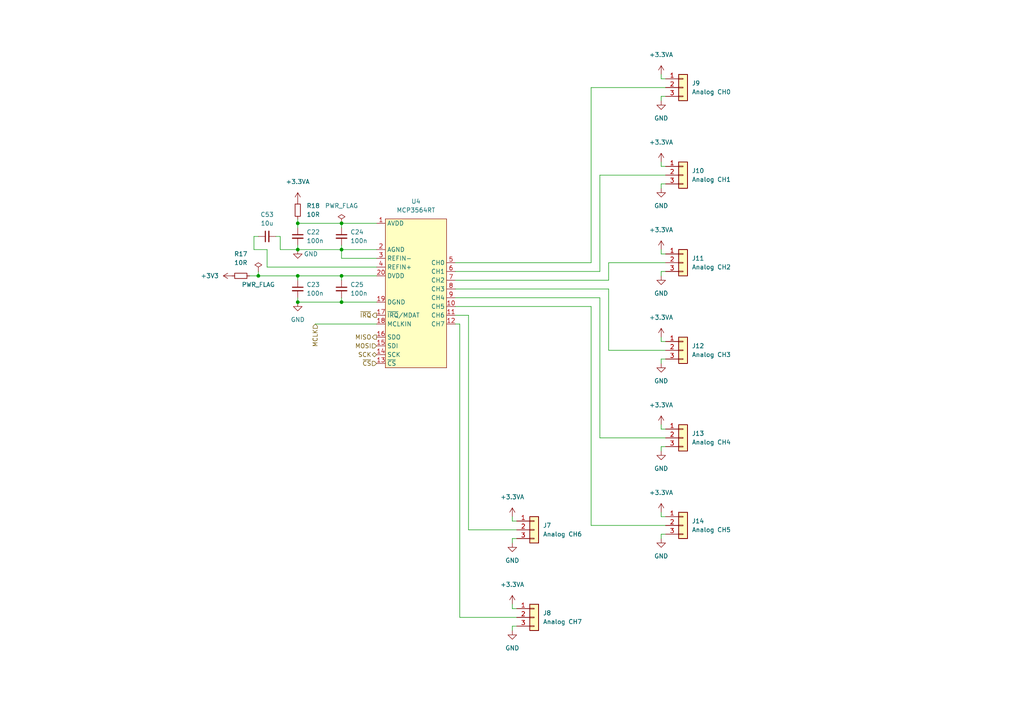
<source format=kicad_sch>
(kicad_sch (version 20211123) (generator eeschema)
  (paper "A4")
  (title_block (title "eduSignal") (date "2022-07-14") (rev "1") (company "Hochschule Pforzheim") (comment 1 "Patrick Hanner") (comment 2 "Biosignal development board"))
  (lib_symbols
    (symbol "Connector_Generic:Conn_01x03" (pin_names (offset 1.016) hide)
      (property "Reference" "J" (at 0 5.08 0))
      (property "Value" "Conn_01x03" (at 0 -5.08 0))
      (symbol "Conn_01x03_1_1"
        (rectangle (start -1.27 -2.413) (end 0 -2.667) (stroke (width 0.1524)))
        (rectangle (start -1.27 0.127) (end 0 -0.127) (stroke (width 0.1524)))
        (rectangle (start -1.27 2.667) (end 0 2.413) (stroke (width 0.1524)))
        (rectangle (start -1.27 3.81) (end 1.27 -3.81) (stroke (width 0.254)) (fill (type background)))
        (pin passive line (at -5.08 2.54 0) (length 3.81) (name "Pin_1") (number "1"))
        (pin passive line (at -5.08 0 0) (length 3.81) (name "Pin_2") (number "2"))
        (pin passive line (at -5.08 -2.54 0) (length 3.81) (name "Pin_3") (number "3"))
      )
    )
    (symbol "Device:C_Small" (pin_numbers hide) (pin_names (offset 0.254) hide)
      (property "Reference" "C" (at 0.254 1.778 0))
      (property "Value" "C_Small" (at 0.254 -2.032 0))
      (symbol "C_Small_0_1"
        (polyline (pts (xy -1.524 -0.508) (xy 1.524 -0.508)) (stroke (width 0.3302)))
        (polyline (pts (xy -1.524 0.508) (xy 1.524 0.508)) (stroke (width 0.3048)))
      )
      (symbol "C_Small_1_1"
        (pin passive line (at 0 2.54 270) (length 2.032) (name "~") (number "1"))
        (pin passive line (at 0 -2.54 90) (length 2.032) (name "~") (number "2"))
      )
    )
    (symbol "Device:R_Small" (pin_numbers hide) (pin_names (offset 0.254) hide)
      (property "Reference" "R" (at 0.762 0.508 0))
      (property "Value" "R_Small" (at 0.762 -1.016 0))
      (symbol "R_Small_0_1"
        (rectangle (start -0.762 1.778) (end 0.762 -1.778) (stroke (width 0.2032)))
      )
      (symbol "R_Small_1_1"
        (pin passive line (at 0 2.54 270) (length 0.762) (name "~") (number "1"))
        (pin passive line (at 0 -2.54 90) (length 0.762) (name "~") (number "2"))
      )
    )
    (symbol "ownLib:MCP3564RT"
      (property "Reference" "U" (at 40.64 8.89 0))
      (property "Value" "MCP3564RT" (at 31.75 13.97 0))
      (symbol "MCP3564RT_0_0"
        (pin power_in line (at -11.43 20.32 0) (length 2.54) (name "AVDD") (number "1"))
        (pin input line (at 11.43 -3.81 180) (length 2.54) (name "CH5") (number "10"))
        (pin input line (at 11.43 -6.35 180) (length 2.54) (name "CH6") (number "11"))
        (pin input line (at 11.43 -8.89 180) (length 2.54) (name "CH7") (number "12"))
        (pin input line (at -11.43 -20.32 0) (length 2.54) (name "~{CS}") (number "13"))
        (pin bidirectional line (at -11.43 -17.78 0) (length 2.54) (name "SCK") (number "14"))
        (pin bidirectional line (at -11.43 -15.24 0) (length 2.54) (name "SDI") (number "15"))
        (pin bidirectional line (at -11.43 -12.7 0) (length 2.54) (name "SDO") (number "16"))
        (pin output line (at -11.43 -6.35 0) (length 2.54) (name "~{IRQ}/MDAT") (number "17"))
        (pin output line (at -11.43 -8.89 0) (length 2.54) (name "MCLKIN") (number "18"))
        (pin power_in line (at -11.43 -2.54 0) (length 2.54) (name "DGND") (number "19"))
        (pin power_in line (at -11.43 12.7 0) (length 2.54) (name "AGND") (number "2"))
        (pin power_in line (at -11.43 5.08 0) (length 2.54) (name "DVDD") (number "20"))
        (pin input line (at -11.43 10.16 0) (length 2.54) (name "REFIN-") (number "3"))
        (pin input line (at -11.43 7.62 0) (length 2.54) (name "REFIN+") (number "4"))
        (pin input line (at 11.43 8.89 180) (length 2.54) (name "CH0") (number "5"))
        (pin input line (at 11.43 6.35 180) (length 2.54) (name "CH1") (number "6"))
        (pin input line (at 11.43 3.81 180) (length 2.54) (name "CH2") (number "7"))
        (pin input line (at 11.43 1.27 180) (length 2.54) (name "CH3") (number "8"))
        (pin input line (at 11.43 -1.27 180) (length 2.54) (name "CH4") (number "9"))
      )
      (symbol "MCP3564RT_0_1"
        (rectangle (start -8.89 21.59) (end 8.89 -21.59) (fill (type background)))
      )
    )
    (symbol "power:+3.3VA" (power) (pin_names (offset 0))
      (property "Value" "+3.3VA" (at 0 3.556 0))
      (symbol "+3.3VA_0_1"
        (polyline (pts (xy -0.762 1.27) (xy 0 2.54)))
        (polyline (pts (xy 0 0) (xy 0 2.54)))
        (polyline (pts (xy 0 2.54) (xy 0.762 1.27)))
      )
      (symbol "+3.3VA_1_1"
        (pin power_in line (at 0 0 90) (length 0) hide (name "+3.3VA") (number "1"))
      )
    )
    (symbol "power:+3V3" (power) (pin_names (offset 0))
      (property "Value" "+3V3" (at 0 3.556 0))
      (symbol "+3V3_0_1"
        (polyline (pts (xy -0.762 1.27) (xy 0 2.54)))
        (polyline (pts (xy 0 0) (xy 0 2.54)))
        (polyline (pts (xy 0 2.54) (xy 0.762 1.27)))
      )
      (symbol "+3V3_1_1"
        (pin power_in line (at 0 0 90) (length 0) hide (name "+3V3") (number "1"))
      )
    )
    (symbol "power:GND" (power) (pin_names (offset 0))
      (property "Value" "GND" (at 0 -3.81 0))
      (symbol "GND_0_1"
        (polyline (pts (xy 0 0) (xy 0 -1.27) (xy 1.27 -1.27) (xy 0 -2.54) (xy -1.27 -1.27) (xy 0 -1.27)))
      )
      (symbol "GND_1_1"
        (pin power_in line (at 0 0 270) (length 0) hide (name "GND") (number "1"))
      )
    )
    (symbol "power:PWR_FLAG" (power) (pin_numbers hide) (pin_names (offset 0) hide)
      (property "Value" "PWR_FLAG" (at 0 3.81 0))
      (symbol "PWR_FLAG_0_0"
        (pin power_out line (at 0 0 90) (length 0) (name "pwr") (number "1"))
      )
      (symbol "PWR_FLAG_0_1"
        (polyline (pts (xy 0 0) (xy 0 1.27) (xy -1.016 1.905) (xy 0 2.54) (xy 1.016 1.905) (xy 0 1.27)))
      )
    )
  )
  (junction (at 86.36 64.77))
  (junction (at 99.06 80.01))
  (junction (at 86.36 72.39))
  (junction (at 86.36 80.01))
  (junction (at 99.06 72.39))
  (junction (at 99.06 64.77))
  (junction (at 86.36 87.63))
  (junction (at 99.06 87.63))
  (junction (at 74.93 80.01))
  (wire (pts (xy 132.08 86.36) (xy 173.99 86.36)))
  (wire (pts (xy 132.08 91.44) (xy 135.89 91.44)))
  (wire (pts (xy 173.99 127) (xy 193.04 127)))
  (wire (pts (xy 191.77 78.74) (xy 191.77 80.01)))
  (wire (pts (xy 176.53 101.6) (xy 193.04 101.6)))
  (wire (pts (xy 148.59 176.53) (xy 149.86 176.53)))
  (wire (pts (xy 171.45 25.4) (xy 193.04 25.4)))
  (wire (pts (xy 99.06 64.77) (xy 109.22 64.77)))
  (wire (pts (xy 176.53 76.2) (xy 193.04 76.2)))
  (wire (pts (xy 149.86 156.21) (xy 148.59 156.21)))
  (wire (pts (xy 86.36 80.01) (xy 86.36 81.28)))
  (wire (pts (xy 193.04 129.54) (xy 191.77 129.54)))
  (wire (pts (xy 133.35 179.07) (xy 149.86 179.07)))
  (wire (pts (xy 86.36 86.36) (xy 86.36 87.63)))
  (wire (pts (xy 86.36 80.01) (xy 99.06 80.01)))
  (wire (pts (xy 73.66 72.39) (xy 73.66 68.58)))
  (wire (pts (xy 74.93 78.74) (xy 74.93 80.01)))
  (wire (pts (xy 132.08 83.82) (xy 176.53 83.82)))
  (wire (pts (xy 191.77 148.59) (xy 191.77 149.86)))
  (wire (pts (xy 148.59 181.61) (xy 148.59 182.88)))
  (wire (pts (xy 109.22 77.47) (xy 77.47 77.47)))
  (wire (pts (xy 109.22 93.98) (xy 91.44 93.98)))
  (wire (pts (xy 86.36 72.39) (xy 99.06 72.39)))
  (wire (pts (xy 132.08 78.74) (xy 173.99 78.74)))
  (wire (pts (xy 99.06 71.12) (xy 99.06 72.39)))
  (wire (pts (xy 191.77 129.54) (xy 191.77 130.81)))
  (wire (pts (xy 86.36 64.77) (xy 86.36 66.04)))
  (wire (pts (xy 99.06 87.63) (xy 109.22 87.63)))
  (wire (pts (xy 73.66 68.58) (xy 74.93 68.58)))
  (wire (pts (xy 99.06 86.36) (xy 99.06 87.63)))
  (wire (pts (xy 191.77 48.26) (xy 193.04 48.26)))
  (wire (pts (xy 86.36 64.77) (xy 99.06 64.77)))
  (wire (pts (xy 191.77 27.94) (xy 191.77 29.21)))
  (wire (pts (xy 173.99 86.36) (xy 173.99 127)))
  (wire (pts (xy 193.04 27.94) (xy 191.77 27.94)))
  (wire (pts (xy 133.35 93.98) (xy 133.35 179.07)))
  (wire (pts (xy 173.99 78.74) (xy 173.99 50.8)))
  (wire (pts (xy 99.06 64.77) (xy 99.06 66.04)))
  (wire (pts (xy 86.36 71.12) (xy 86.36 72.39)))
  (wire (pts (xy 81.28 68.58) (xy 81.28 72.39)))
  (wire (pts (xy 191.77 72.39) (xy 191.77 73.66)))
  (wire (pts (xy 191.77 53.34) (xy 191.77 54.61)))
  (wire (pts (xy 81.28 72.39) (xy 86.36 72.39)))
  (wire (pts (xy 173.99 50.8) (xy 193.04 50.8)))
  (wire (pts (xy 148.59 149.86) (xy 148.59 151.13)))
  (wire (pts (xy 148.59 151.13) (xy 149.86 151.13)))
  (wire (pts (xy 193.04 154.94) (xy 191.77 154.94)))
  (wire (pts (xy 99.06 72.39) (xy 109.22 72.39)))
  (wire (pts (xy 191.77 104.14) (xy 191.77 105.41)))
  (wire (pts (xy 191.77 123.19) (xy 191.77 124.46)))
  (wire (pts (xy 109.22 74.93) (xy 99.06 74.93)))
  (wire (pts (xy 149.86 181.61) (xy 148.59 181.61)))
  (wire (pts (xy 191.77 46.99) (xy 191.77 48.26)))
  (wire (pts (xy 86.36 87.63) (xy 99.06 87.63)))
  (wire (pts (xy 191.77 21.59) (xy 191.77 22.86)))
  (wire (pts (xy 99.06 74.93) (xy 99.06 72.39)))
  (wire (pts (xy 193.04 78.74) (xy 191.77 78.74)))
  (wire (pts (xy 135.89 153.67) (xy 149.86 153.67)))
  (wire (pts (xy 171.45 88.9) (xy 171.45 152.4)))
  (wire (pts (xy 74.93 80.01) (xy 86.36 80.01)))
  (wire (pts (xy 132.08 93.98) (xy 133.35 93.98)))
  (wire (pts (xy 99.06 80.01) (xy 99.06 81.28)))
  (wire (pts (xy 193.04 104.14) (xy 191.77 104.14)))
  (wire (pts (xy 132.08 76.2) (xy 171.45 76.2)))
  (wire (pts (xy 80.01 68.58) (xy 81.28 68.58)))
  (wire (pts (xy 171.45 76.2) (xy 171.45 25.4)))
  (wire (pts (xy 86.36 63.5) (xy 86.36 64.77)))
  (wire (pts (xy 72.39 80.01) (xy 74.93 80.01)))
  (wire (pts (xy 191.77 22.86) (xy 193.04 22.86)))
  (wire (pts (xy 132.08 88.9) (xy 171.45 88.9)))
  (wire (pts (xy 77.47 72.39) (xy 73.66 72.39)))
  (wire (pts (xy 193.04 53.34) (xy 191.77 53.34)))
  (wire (pts (xy 99.06 80.01) (xy 109.22 80.01)))
  (wire (pts (xy 191.77 149.86) (xy 193.04 149.86)))
  (wire (pts (xy 176.53 83.82) (xy 176.53 101.6)))
  (wire (pts (xy 148.59 156.21) (xy 148.59 157.48)))
  (wire (pts (xy 148.59 175.26) (xy 148.59 176.53)))
  (wire (pts (xy 191.77 97.79) (xy 191.77 99.06)))
  (wire (pts (xy 191.77 124.46) (xy 193.04 124.46)))
  (wire (pts (xy 171.45 152.4) (xy 193.04 152.4)))
  (wire (pts (xy 135.89 91.44) (xy 135.89 153.67)))
  (wire (pts (xy 77.47 77.47) (xy 77.47 72.39)))
  (wire (pts (xy 176.53 81.28) (xy 176.53 76.2)))
  (wire (pts (xy 132.08 81.28) (xy 176.53 81.28)))
  (wire (pts (xy 191.77 99.06) (xy 193.04 99.06)))
  (wire (pts (xy 191.77 154.94) (xy 191.77 156.21)))
  (wire (pts (xy 191.77 73.66) (xy 193.04 73.66)))
  (hierarchical_label "~{IRQ}" (shape output) (at 109.22 91.44 180))
  (hierarchical_label "MOSI" (shape input) (at 109.22 100.33 180))
  (hierarchical_label "MISO" (shape output) (at 109.22 97.79 180))
  (hierarchical_label "MCLK" (shape input) (at 91.44 93.98 270))
  (hierarchical_label "~{CS}" (shape input) (at 109.22 105.41 180))
  (hierarchical_label "SCK" (shape bidirectional) (at 109.22 102.87 180))
  (symbol (lib_id "power:GND") (at 191.77 105.41 0) (unit 1)
    (property "Reference" "#PWR035" (effects hide))
    (property "Value" "GND" (at 191.77 110.49 0))
  )
  (symbol (lib_id "ownLib:MCP3564RT") (at 120.65 85.09 0) (unit 1)
    (property "Reference" "U4" (at 120.65 58.42 0))
    (property "Value" "MCP3564RT" (at 120.65 60.96 0))
    (property "Footprint" "ownLib:HTSSOP-20-1EP_4.4x6.5mm_P0.65mm_3.4x6.5mm_Mask2.75x3.43mm" (effects hide))
    (property "Datasheet" "https://www.mouser.de/datasheet/2/268/MCP3561_2_4_Family_Data_Sheet_DS20006181C-2257924.pdf" (effects hide))
  )
  (symbol (lib_id "Device:C_Small") (at 99.06 83.82 0) (unit 1)
    (property "Reference" "C25" (at 101.6 82.5562 0) (effects (justify left)))
    (property "Value" "100n" (at 101.6 85.0962 0) (effects (justify left)))
    (property "Footprint" "Capacitor_SMD:C_0402_1005Metric" (effects hide))
  )
  (symbol (lib_id "power:+3.3VA") (at 191.77 46.99 0) (unit 1)
    (property "Reference" "#PWR030" (effects hide))
    (property "Value" "+3.3VA" (at 191.77 41.275 0))
  )
  (symbol (lib_id "power:PWR_FLAG") (at 74.93 78.74 0) (unit 1)
    (property "Reference" "#FLG0106" (effects hide))
    (property "Value" "PWR_FLAG" (at 74.93 82.55 0))
  )
  (symbol (lib_id "power:+3.3VA") (at 86.36 58.42 0) (unit 1)
    (property "Reference" "#PWR021" (effects hide))
    (property "Value" "+3.3VA" (at 86.36 52.705 0))
  )
  (symbol (lib_id "Device:C_Small") (at 77.47 68.58 90) (unit 1)
    (property "Reference" "C53" (at 77.4763 62.23 90))
    (property "Value" "10u" (at 77.4763 64.77 90))
    (property "Footprint" "Capacitor_SMD:C_0603_1608Metric" (effects hide))
  )
  (symbol (lib_id "power:GND") (at 191.77 54.61 0) (unit 1)
    (property "Reference" "#PWR031" (effects hide))
    (property "Value" "GND" (at 191.77 59.69 0))
  )
  (symbol (lib_id "Connector_Generic:Conn_01x03") (at 198.12 25.4 0) (unit 1)
    (property "Reference" "J9" (at 200.66 24.1299 0) (effects (justify left)))
    (property "Value" "Analog CH0" (at 200.66 26.6699 0) (effects (justify left)))
    (property "Footprint" "Connector_PinHeader_2.54mm:PinHeader_1x03_P2.54mm_Vertical" (effects hide))
  )
  (symbol (lib_id "Device:C_Small") (at 86.36 83.82 0) (unit 1)
    (property "Reference" "C23" (at 88.9 82.5562 0) (effects (justify left)))
    (property "Value" "100n" (at 88.9 85.0962 0) (effects (justify left)))
    (property "Footprint" "Capacitor_SMD:C_0402_1005Metric" (effects hide))
  )
  (symbol (lib_id "Connector_Generic:Conn_01x03") (at 198.12 152.4 0) (unit 1)
    (property "Reference" "J14" (at 200.66 151.1299 0) (effects (justify left)))
    (property "Value" "Analog CH5" (at 200.66 153.6699 0) (effects (justify left)))
    (property "Footprint" "Connector_PinHeader_2.54mm:PinHeader_1x03_P2.54mm_Vertical" (effects hide))
  )
  (symbol (lib_id "power:+3.3VA") (at 191.77 72.39 0) (unit 1)
    (property "Reference" "#PWR032" (effects hide))
    (property "Value" "+3.3VA" (at 191.77 66.675 0))
  )
  (symbol (lib_id "power:GND") (at 148.59 182.88 0) (unit 1)
    (property "Reference" "#PWR027" (effects hide))
    (property "Value" "GND" (at 148.59 187.96 0))
  )
  (symbol (lib_id "power:GND") (at 191.77 80.01 0) (unit 1)
    (property "Reference" "#PWR033" (effects hide))
    (property "Value" "GND" (at 191.77 85.09 0))
  )
  (symbol (lib_id "Connector_Generic:Conn_01x03") (at 198.12 76.2 0) (unit 1)
    (property "Reference" "J11" (at 200.66 74.9299 0) (effects (justify left)))
    (property "Value" "Analog CH2" (at 200.66 77.4699 0) (effects (justify left)))
    (property "Footprint" "Connector_PinHeader_2.54mm:PinHeader_1x03_P2.54mm_Vertical" (effects hide))
  )
  (symbol (lib_id "Device:C_Small") (at 99.06 68.58 0) (unit 1)
    (property "Reference" "C24" (at 101.6 67.3162 0) (effects (justify left)))
    (property "Value" "100n" (at 101.6 69.8562 0) (effects (justify left)))
    (property "Footprint" "Capacitor_SMD:C_0402_1005Metric" (effects hide))
  )
  (symbol (lib_id "Connector_Generic:Conn_01x03") (at 198.12 101.6 0) (unit 1)
    (property "Reference" "J12" (at 200.66 100.3299 0) (effects (justify left)))
    (property "Value" "Analog CH3" (at 200.66 102.8699 0) (effects (justify left)))
    (property "Footprint" "Connector_PinHeader_2.54mm:PinHeader_1x03_P2.54mm_Vertical" (effects hide))
  )
  (symbol (lib_id "Device:R_Small") (at 69.85 80.01 90) (unit 1)
    (property "Reference" "R17" (at 69.85 73.66 90))
    (property "Value" "10R" (at 69.85 76.2 90))
    (property "Footprint" "Resistor_SMD:R_0402_1005Metric" (effects hide))
  )
  (symbol (lib_id "power:PWR_FLAG") (at 99.06 64.77 0) (unit 1)
    (property "Reference" "#FLG0105" (effects hide))
    (property "Value" "PWR_FLAG" (at 99.06 59.69 0))
  )
  (symbol (lib_id "Device:C_Small") (at 86.36 68.58 0) (unit 1)
    (property "Reference" "C22" (at 88.9 67.3162 0) (effects (justify left)))
    (property "Value" "100n" (at 88.9 69.8562 0) (effects (justify left)))
    (property "Footprint" "Capacitor_SMD:C_0402_1005Metric" (effects hide))
  )
  (symbol (lib_id "power:+3.3VA") (at 148.59 149.86 0) (unit 1)
    (property "Reference" "#PWR024" (effects hide))
    (property "Value" "+3.3VA" (at 148.59 144.145 0))
  )
  (symbol (lib_id "power:+3V3") (at 67.31 80.01 90) (unit 1)
    (property "Reference" "#PWR020" (effects hide))
    (property "Value" "+3V3" (at 63.5 80.0099 90) (effects (justify left)))
  )
  (symbol (lib_id "Device:R_Small") (at 86.36 60.96 0) (unit 1)
    (property "Reference" "R18" (at 88.9 59.6899 0) (effects (justify left)))
    (property "Value" "10R" (at 88.9 62.2299 0) (effects (justify left)))
    (property "Footprint" "Resistor_SMD:R_0402_1005Metric" (effects hide))
  )
  (symbol (lib_id "power:GND") (at 86.36 72.39 0) (unit 1)
    (property "Reference" "#PWR022" (effects hide))
    (property "Value" "GND" (at 90.17 73.66 0))
  )
  (symbol (lib_id "power:GND") (at 191.77 29.21 0) (unit 1)
    (property "Reference" "#PWR029" (effects hide))
    (property "Value" "GND" (at 191.77 34.29 0))
  )
  (symbol (lib_id "power:+3.3VA") (at 191.77 123.19 0) (unit 1)
    (property "Reference" "#PWR036" (effects hide))
    (property "Value" "+3.3VA" (at 191.77 117.475 0))
  )
  (symbol (lib_id "power:GND") (at 148.59 157.48 0) (unit 1)
    (property "Reference" "#PWR025" (effects hide))
    (property "Value" "GND" (at 148.59 162.56 0))
  )
  (symbol (lib_id "power:GND") (at 191.77 130.81 0) (unit 1)
    (property "Reference" "#PWR037" (effects hide))
    (property "Value" "GND" (at 191.77 135.89 0))
  )
  (symbol (lib_id "power:+3.3VA") (at 191.77 21.59 0) (unit 1)
    (property "Reference" "#PWR028" (effects hide))
    (property "Value" "+3.3VA" (at 191.77 15.875 0))
  )
  (symbol (lib_id "Connector_Generic:Conn_01x03") (at 198.12 50.8 0) (unit 1)
    (property "Reference" "J10" (at 200.66 49.5299 0) (effects (justify left)))
    (property "Value" "Analog CH1" (at 200.66 52.0699 0) (effects (justify left)))
    (property "Footprint" "Connector_PinHeader_2.54mm:PinHeader_1x03_P2.54mm_Vertical" (effects hide))
  )
  (symbol (lib_id "power:+3.3VA") (at 191.77 97.79 0) (unit 1)
    (property "Reference" "#PWR034" (effects hide))
    (property "Value" "+3.3VA" (at 191.77 92.075 0))
  )
  (symbol (lib_id "power:GND") (at 191.77 156.21 0) (unit 1)
    (property "Reference" "#PWR039" (effects hide))
    (property "Value" "GND" (at 191.77 161.29 0))
  )
  (symbol (lib_id "Connector_Generic:Conn_01x03") (at 154.94 179.07 0) (unit 1)
    (property "Reference" "J8" (at 157.48 177.7999 0) (effects (justify left)))
    (property "Value" "Analog CH7" (at 157.48 180.3399 0) (effects (justify left)))
    (property "Footprint" "Connector_PinHeader_2.54mm:PinHeader_1x03_P2.54mm_Vertical" (effects hide))
  )
  (symbol (lib_id "Connector_Generic:Conn_01x03") (at 154.94 153.67 0) (unit 1)
    (property "Reference" "J7" (at 157.48 152.3999 0) (effects (justify left)))
    (property "Value" "Analog CH6" (at 157.48 154.9399 0) (effects (justify left)))
    (property "Footprint" "Connector_PinHeader_2.54mm:PinHeader_1x03_P2.54mm_Vertical" (effects hide))
  )
  (symbol (lib_id "power:+3.3VA") (at 148.59 175.26 0) (unit 1)
    (property "Reference" "#PWR026" (effects hide))
    (property "Value" "+3.3VA" (at 148.59 169.545 0))
  )
  (symbol (lib_id "Connector_Generic:Conn_01x03") (at 198.12 127 0) (unit 1)
    (property "Reference" "J13" (at 200.66 125.7299 0) (effects (justify left)))
    (property "Value" "Analog CH4" (at 200.66 128.2699 0) (effects (justify left)))
    (property "Footprint" "Connector_PinHeader_2.54mm:PinHeader_1x03_P2.54mm_Vertical" (effects hide))
  )
  (symbol (lib_id "power:+3.3VA") (at 191.77 148.59 0) (unit 1)
    (property "Reference" "#PWR038" (effects hide))
    (property "Value" "+3.3VA" (at 191.77 142.875 0))
  )
  (symbol (lib_id "power:GND") (at 86.36 87.63 0) (unit 1)
    (property "Reference" "#PWR023" (effects hide))
    (property "Value" "GND" (at 86.36 92.71 0))
  )
)
</source>
